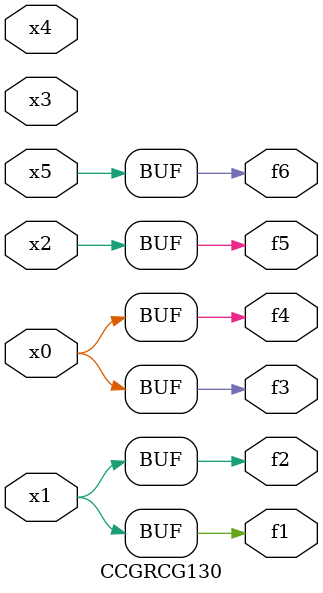
<source format=v>
module CCGRCG130(
	input x0, x1, x2, x3, x4, x5,
	output f1, f2, f3, f4, f5, f6
);
	assign f1 = x1;
	assign f2 = x1;
	assign f3 = x0;
	assign f4 = x0;
	assign f5 = x2;
	assign f6 = x5;
endmodule

</source>
